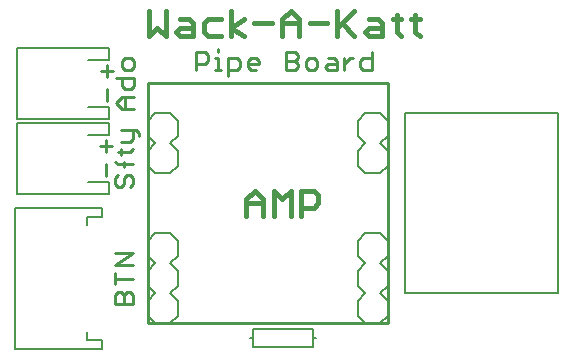
<source format=gto>
G75*
G70*
%OFA0B0*%
%FSLAX24Y24*%
%IPPOS*%
%LPD*%
%AMOC8*
5,1,8,0,0,1.08239X$1,22.5*
%
%ADD10C,0.0150*%
%ADD11C,0.0110*%
%ADD12C,0.0100*%
%ADD13C,0.0080*%
D10*
X012425Y016575D02*
X012425Y017142D01*
X012709Y017426D01*
X012992Y017142D01*
X012992Y016575D01*
X013346Y016575D02*
X013346Y017426D01*
X013629Y017142D01*
X013913Y017426D01*
X013913Y016575D01*
X014267Y016575D02*
X014267Y017426D01*
X014692Y017426D01*
X014834Y017284D01*
X014834Y017000D01*
X014692Y016859D01*
X014267Y016859D01*
X012992Y017000D02*
X012425Y017000D01*
X012363Y022575D02*
X011937Y022859D01*
X012363Y023142D01*
X012705Y023000D02*
X013272Y023000D01*
X013625Y023000D02*
X014193Y023000D01*
X014193Y023142D02*
X014193Y022575D01*
X014546Y023000D02*
X015113Y023000D01*
X015467Y022859D02*
X016034Y023426D01*
X015467Y023426D02*
X015467Y022575D01*
X015609Y023000D02*
X016034Y022575D01*
X016388Y022717D02*
X016530Y022859D01*
X016955Y022859D01*
X016955Y023000D02*
X016955Y022575D01*
X016530Y022575D01*
X016388Y022717D01*
X016813Y023142D02*
X016955Y023000D01*
X016813Y023142D02*
X016530Y023142D01*
X017309Y023142D02*
X017592Y023142D01*
X017450Y023284D02*
X017450Y022717D01*
X017592Y022575D01*
X018064Y022717D02*
X018206Y022575D01*
X018064Y022717D02*
X018064Y023284D01*
X017922Y023142D02*
X018206Y023142D01*
X014193Y023142D02*
X013909Y023426D01*
X013625Y023142D01*
X013625Y022575D01*
X011937Y022575D02*
X011937Y023426D01*
X011584Y023142D02*
X011158Y023142D01*
X011017Y023000D01*
X011017Y022717D01*
X011158Y022575D01*
X011584Y022575D01*
X010663Y022575D02*
X010238Y022575D01*
X010096Y022717D01*
X010238Y022859D01*
X010663Y022859D01*
X010663Y023000D02*
X010663Y022575D01*
X010663Y023000D02*
X010521Y023142D01*
X010238Y023142D01*
X009742Y023426D02*
X009742Y022575D01*
X009459Y022859D01*
X009175Y022575D01*
X009175Y023426D01*
D11*
X011498Y022144D02*
X011498Y022046D01*
X011498Y021849D02*
X011498Y021455D01*
X011400Y021455D02*
X011596Y021455D01*
X011829Y021455D02*
X012125Y021455D01*
X012223Y021553D01*
X012223Y021750D01*
X012125Y021849D01*
X011829Y021849D01*
X011829Y021258D01*
X012474Y021553D02*
X012474Y021750D01*
X012572Y021849D01*
X012769Y021849D01*
X012867Y021750D01*
X012867Y021652D01*
X012474Y021652D01*
X012474Y021553D02*
X012572Y021455D01*
X012769Y021455D01*
X013763Y021455D02*
X013763Y022046D01*
X014058Y022046D01*
X014157Y021947D01*
X014157Y021849D01*
X014058Y021750D01*
X013763Y021750D01*
X013763Y021455D02*
X014058Y021455D01*
X014157Y021553D01*
X014157Y021652D01*
X014058Y021750D01*
X014407Y021750D02*
X014506Y021849D01*
X014703Y021849D01*
X014801Y021750D01*
X014801Y021553D01*
X014703Y021455D01*
X014506Y021455D01*
X014407Y021553D01*
X014407Y021750D01*
X015052Y021553D02*
X015150Y021455D01*
X015446Y021455D01*
X015446Y021750D01*
X015347Y021849D01*
X015150Y021849D01*
X015150Y021652D02*
X015446Y021652D01*
X015697Y021652D02*
X015893Y021849D01*
X015992Y021849D01*
X016234Y021750D02*
X016332Y021849D01*
X016627Y021849D01*
X016627Y022046D02*
X016627Y021455D01*
X016332Y021455D01*
X016234Y021553D01*
X016234Y021750D01*
X015697Y021849D02*
X015697Y021455D01*
X015150Y021652D02*
X015052Y021553D01*
X011498Y021849D02*
X011400Y021849D01*
X011149Y021947D02*
X011149Y021750D01*
X011050Y021652D01*
X010755Y021652D01*
X010755Y021455D02*
X010755Y022046D01*
X011050Y022046D01*
X011149Y021947D01*
X008695Y021739D02*
X008695Y021543D01*
X008597Y021444D01*
X008400Y021444D01*
X008301Y021543D01*
X008301Y021739D01*
X008400Y021838D01*
X008597Y021838D01*
X008695Y021739D01*
X008695Y021193D02*
X008104Y021193D01*
X008301Y021193D02*
X008301Y020898D01*
X008400Y020800D01*
X008597Y020800D01*
X008695Y020898D01*
X008695Y021193D01*
X008695Y020549D02*
X008301Y020549D01*
X008104Y020352D01*
X008301Y020155D01*
X008695Y020155D01*
X008400Y020155D02*
X008400Y020549D01*
X007800Y020405D02*
X007800Y020799D01*
X007800Y021205D02*
X007800Y021599D01*
X007603Y021402D02*
X007997Y021402D01*
X008251Y019453D02*
X008743Y019453D01*
X008842Y019354D01*
X008842Y019256D01*
X008645Y019157D02*
X008645Y019453D01*
X008645Y019157D02*
X008547Y019059D01*
X008251Y019059D01*
X008251Y018826D02*
X008251Y018629D01*
X008153Y018728D02*
X008547Y018728D01*
X008645Y018826D01*
X008350Y018396D02*
X008350Y018200D01*
X008153Y018298D02*
X008054Y018396D01*
X008153Y018298D02*
X008645Y018298D01*
X008547Y017949D02*
X008448Y017949D01*
X008350Y017850D01*
X008350Y017653D01*
X008251Y017555D01*
X008153Y017555D01*
X008054Y017653D01*
X008054Y017850D01*
X008153Y017949D01*
X008547Y017949D02*
X008645Y017850D01*
X008645Y017653D01*
X008547Y017555D01*
X007750Y017905D02*
X007750Y018299D01*
X007750Y018705D02*
X007750Y019099D01*
X007553Y018902D02*
X007947Y018902D01*
X008054Y015338D02*
X008645Y015338D01*
X008054Y014944D01*
X008645Y014944D01*
X008645Y014496D02*
X008054Y014496D01*
X008054Y014300D02*
X008054Y014693D01*
X008153Y014049D02*
X008054Y013950D01*
X008054Y013655D01*
X008645Y013655D01*
X008645Y013950D01*
X008547Y014049D01*
X008448Y014049D01*
X008350Y013950D01*
X008350Y013655D01*
X008350Y013950D02*
X008251Y014049D01*
X008153Y014049D01*
D12*
X009150Y013000D02*
X017150Y013000D01*
X017150Y021000D01*
X009150Y021000D01*
X009150Y013000D01*
D13*
X004717Y012138D02*
X004717Y016862D01*
X007630Y016862D01*
X007630Y016547D01*
X007119Y016547D01*
X007119Y016272D01*
X007859Y017319D02*
X004788Y017319D01*
X004788Y019681D01*
X007859Y019681D01*
X007859Y019287D01*
X007150Y019287D01*
X007859Y019819D02*
X004788Y019819D01*
X004788Y022181D01*
X007859Y022181D01*
X007859Y021787D01*
X007150Y021787D01*
X007150Y020213D02*
X007859Y020213D01*
X007859Y019819D01*
X009150Y019750D02*
X009150Y019250D01*
X009400Y019000D01*
X009150Y018750D01*
X009150Y018250D01*
X009400Y018000D01*
X009900Y018000D01*
X010150Y018250D01*
X010150Y018750D01*
X009900Y019000D01*
X010150Y019250D01*
X010150Y019750D01*
X009900Y020000D01*
X009400Y020000D01*
X009150Y019750D01*
X007859Y017713D02*
X007150Y017713D01*
X007859Y017713D02*
X007859Y017319D01*
X009400Y016000D02*
X009900Y016000D01*
X010150Y015750D01*
X010150Y015250D01*
X009900Y015000D01*
X010150Y014750D01*
X010150Y014250D01*
X009900Y014000D01*
X010150Y013750D01*
X010150Y013250D01*
X009900Y013000D01*
X009400Y013000D01*
X009150Y013250D01*
X009150Y013750D01*
X009400Y014000D01*
X009150Y014250D01*
X009150Y014750D01*
X009400Y015000D01*
X009150Y015250D01*
X009150Y015750D01*
X009400Y016000D01*
X007119Y012728D02*
X007119Y012453D01*
X007630Y012453D01*
X007630Y012138D01*
X004717Y012138D01*
X012550Y012500D02*
X012650Y012500D01*
X012650Y012800D01*
X014650Y012800D01*
X014650Y012500D01*
X014750Y012500D01*
X014650Y012500D02*
X014650Y012200D01*
X012650Y012200D01*
X012650Y012500D01*
X016150Y013250D02*
X016400Y013000D01*
X016900Y013000D01*
X017150Y013250D01*
X017150Y013750D01*
X016900Y014000D01*
X017150Y014250D01*
X017150Y014750D01*
X016900Y015000D01*
X017150Y015250D01*
X017150Y015750D01*
X016900Y016000D01*
X016400Y016000D01*
X016150Y015750D01*
X016150Y015250D01*
X016400Y015000D01*
X016150Y014750D01*
X016150Y014250D01*
X016400Y014000D01*
X016150Y013750D01*
X016150Y013250D01*
X017713Y014000D02*
X022831Y014000D01*
X022831Y020000D01*
X017713Y020000D01*
X017713Y014000D01*
X016900Y018000D02*
X016400Y018000D01*
X016150Y018250D01*
X016150Y018750D01*
X016400Y019000D01*
X016150Y019250D01*
X016150Y019750D01*
X016400Y020000D01*
X016900Y020000D01*
X017150Y019750D01*
X017150Y019250D01*
X016900Y019000D01*
X017150Y018750D01*
X017150Y018250D01*
X016900Y018000D01*
M02*

</source>
